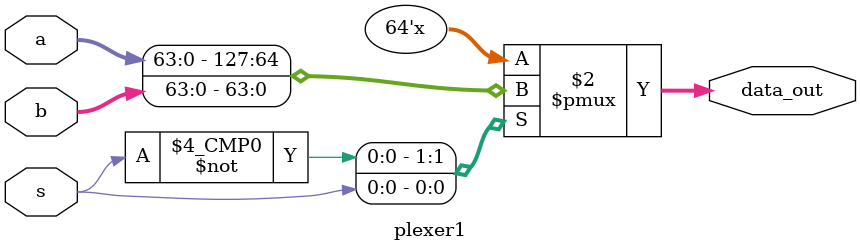
<source format=v>
module plexer1
(
  input [63:0] a , b,
  input s,
  output reg [63:0] data_out
  );
  always @ *
  case (s)
    1'b0: data_out=a;
    1'b1: data_out=b;
endcase
  

endmodule
  



</source>
